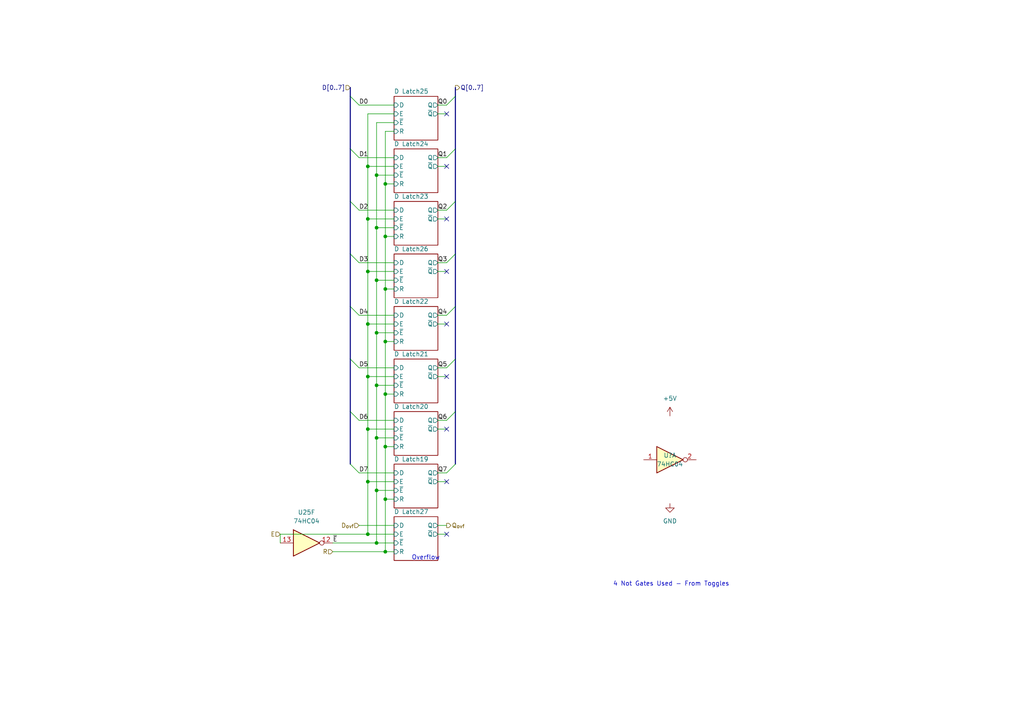
<source format=kicad_sch>
(kicad_sch (version 20230121) (generator eeschema)

  (uuid 8f519289-d394-47df-9aff-a8d84bd58af1)

  (paper "A4")

  (lib_symbols
    (symbol "74xx:74HC04" (in_bom yes) (on_board yes)
      (property "Reference" "U" (at 0 1.27 0)
        (effects (font (size 1.27 1.27)))
      )
      (property "Value" "74HC04" (at 0 -1.27 0)
        (effects (font (size 1.27 1.27)))
      )
      (property "Footprint" "" (at 0 0 0)
        (effects (font (size 1.27 1.27)) hide)
      )
      (property "Datasheet" "https://assets.nexperia.com/documents/data-sheet/74HC_HCT04.pdf" (at 0 0 0)
        (effects (font (size 1.27 1.27)) hide)
      )
      (property "ki_locked" "" (at 0 0 0)
        (effects (font (size 1.27 1.27)))
      )
      (property "ki_keywords" "HCMOS not inv" (at 0 0 0)
        (effects (font (size 1.27 1.27)) hide)
      )
      (property "ki_description" "Hex Inverter" (at 0 0 0)
        (effects (font (size 1.27 1.27)) hide)
      )
      (property "ki_fp_filters" "DIP*W7.62mm* SSOP?14* TSSOP?14*" (at 0 0 0)
        (effects (font (size 1.27 1.27)) hide)
      )
      (symbol "74HC04_1_0"
        (polyline
          (pts
            (xy -3.81 3.81)
            (xy -3.81 -3.81)
            (xy 3.81 0)
            (xy -3.81 3.81)
          )
          (stroke (width 0.254) (type default))
          (fill (type background))
        )
        (pin input line (at -7.62 0 0) (length 3.81)
          (name "~" (effects (font (size 1.27 1.27))))
          (number "1" (effects (font (size 1.27 1.27))))
        )
        (pin output inverted (at 7.62 0 180) (length 3.81)
          (name "~" (effects (font (size 1.27 1.27))))
          (number "2" (effects (font (size 1.27 1.27))))
        )
      )
      (symbol "74HC04_2_0"
        (polyline
          (pts
            (xy -3.81 3.81)
            (xy -3.81 -3.81)
            (xy 3.81 0)
            (xy -3.81 3.81)
          )
          (stroke (width 0.254) (type default))
          (fill (type background))
        )
        (pin input line (at -7.62 0 0) (length 3.81)
          (name "~" (effects (font (size 1.27 1.27))))
          (number "3" (effects (font (size 1.27 1.27))))
        )
        (pin output inverted (at 7.62 0 180) (length 3.81)
          (name "~" (effects (font (size 1.27 1.27))))
          (number "4" (effects (font (size 1.27 1.27))))
        )
      )
      (symbol "74HC04_3_0"
        (polyline
          (pts
            (xy -3.81 3.81)
            (xy -3.81 -3.81)
            (xy 3.81 0)
            (xy -3.81 3.81)
          )
          (stroke (width 0.254) (type default))
          (fill (type background))
        )
        (pin input line (at -7.62 0 0) (length 3.81)
          (name "~" (effects (font (size 1.27 1.27))))
          (number "5" (effects (font (size 1.27 1.27))))
        )
        (pin output inverted (at 7.62 0 180) (length 3.81)
          (name "~" (effects (font (size 1.27 1.27))))
          (number "6" (effects (font (size 1.27 1.27))))
        )
      )
      (symbol "74HC04_4_0"
        (polyline
          (pts
            (xy -3.81 3.81)
            (xy -3.81 -3.81)
            (xy 3.81 0)
            (xy -3.81 3.81)
          )
          (stroke (width 0.254) (type default))
          (fill (type background))
        )
        (pin output inverted (at 7.62 0 180) (length 3.81)
          (name "~" (effects (font (size 1.27 1.27))))
          (number "8" (effects (font (size 1.27 1.27))))
        )
        (pin input line (at -7.62 0 0) (length 3.81)
          (name "~" (effects (font (size 1.27 1.27))))
          (number "9" (effects (font (size 1.27 1.27))))
        )
      )
      (symbol "74HC04_5_0"
        (polyline
          (pts
            (xy -3.81 3.81)
            (xy -3.81 -3.81)
            (xy 3.81 0)
            (xy -3.81 3.81)
          )
          (stroke (width 0.254) (type default))
          (fill (type background))
        )
        (pin output inverted (at 7.62 0 180) (length 3.81)
          (name "~" (effects (font (size 1.27 1.27))))
          (number "10" (effects (font (size 1.27 1.27))))
        )
        (pin input line (at -7.62 0 0) (length 3.81)
          (name "~" (effects (font (size 1.27 1.27))))
          (number "11" (effects (font (size 1.27 1.27))))
        )
      )
      (symbol "74HC04_6_0"
        (polyline
          (pts
            (xy -3.81 3.81)
            (xy -3.81 -3.81)
            (xy 3.81 0)
            (xy -3.81 3.81)
          )
          (stroke (width 0.254) (type default))
          (fill (type background))
        )
        (pin output inverted (at 7.62 0 180) (length 3.81)
          (name "~" (effects (font (size 1.27 1.27))))
          (number "12" (effects (font (size 1.27 1.27))))
        )
        (pin input line (at -7.62 0 0) (length 3.81)
          (name "~" (effects (font (size 1.27 1.27))))
          (number "13" (effects (font (size 1.27 1.27))))
        )
      )
      (symbol "74HC04_7_0"
        (pin power_in line (at 0 12.7 270) (length 5.08)
          (name "VCC" (effects (font (size 1.27 1.27))))
          (number "14" (effects (font (size 1.27 1.27))))
        )
        (pin power_in line (at 0 -12.7 90) (length 5.08)
          (name "GND" (effects (font (size 1.27 1.27))))
          (number "7" (effects (font (size 1.27 1.27))))
        )
      )
      (symbol "74HC04_7_1"
        (rectangle (start -5.08 7.62) (end 5.08 -7.62)
          (stroke (width 0.254) (type default))
          (fill (type background))
        )
      )
    )
    (symbol "power:+5V" (power) (pin_names (offset 0)) (in_bom yes) (on_board yes)
      (property "Reference" "#PWR" (at 0 -3.81 0)
        (effects (font (size 1.27 1.27)) hide)
      )
      (property "Value" "+5V" (at 0 3.556 0)
        (effects (font (size 1.27 1.27)))
      )
      (property "Footprint" "" (at 0 0 0)
        (effects (font (size 1.27 1.27)) hide)
      )
      (property "Datasheet" "" (at 0 0 0)
        (effects (font (size 1.27 1.27)) hide)
      )
      (property "ki_keywords" "global power" (at 0 0 0)
        (effects (font (size 1.27 1.27)) hide)
      )
      (property "ki_description" "Power symbol creates a global label with name \"+5V\"" (at 0 0 0)
        (effects (font (size 1.27 1.27)) hide)
      )
      (symbol "+5V_0_1"
        (polyline
          (pts
            (xy -0.762 1.27)
            (xy 0 2.54)
          )
          (stroke (width 0) (type default))
          (fill (type none))
        )
        (polyline
          (pts
            (xy 0 0)
            (xy 0 2.54)
          )
          (stroke (width 0) (type default))
          (fill (type none))
        )
        (polyline
          (pts
            (xy 0 2.54)
            (xy 0.762 1.27)
          )
          (stroke (width 0) (type default))
          (fill (type none))
        )
      )
      (symbol "+5V_1_1"
        (pin power_in line (at 0 0 90) (length 0) hide
          (name "+5V" (effects (font (size 1.27 1.27))))
          (number "1" (effects (font (size 1.27 1.27))))
        )
      )
    )
    (symbol "power:GND" (power) (pin_names (offset 0)) (in_bom yes) (on_board yes)
      (property "Reference" "#PWR" (at 0 -6.35 0)
        (effects (font (size 1.27 1.27)) hide)
      )
      (property "Value" "GND" (at 0 -3.81 0)
        (effects (font (size 1.27 1.27)))
      )
      (property "Footprint" "" (at 0 0 0)
        (effects (font (size 1.27 1.27)) hide)
      )
      (property "Datasheet" "" (at 0 0 0)
        (effects (font (size 1.27 1.27)) hide)
      )
      (property "ki_keywords" "global power" (at 0 0 0)
        (effects (font (size 1.27 1.27)) hide)
      )
      (property "ki_description" "Power symbol creates a global label with name \"GND\" , ground" (at 0 0 0)
        (effects (font (size 1.27 1.27)) hide)
      )
      (symbol "GND_0_1"
        (polyline
          (pts
            (xy 0 0)
            (xy 0 -1.27)
            (xy 1.27 -1.27)
            (xy 0 -2.54)
            (xy -1.27 -1.27)
            (xy 0 -1.27)
          )
          (stroke (width 0) (type default))
          (fill (type none))
        )
      )
      (symbol "GND_1_1"
        (pin power_in line (at 0 0 270) (length 0) hide
          (name "GND" (effects (font (size 1.27 1.27))))
          (number "1" (effects (font (size 1.27 1.27))))
        )
      )
    )
  )

  (junction (at 109.22 142.24) (diameter 0) (color 0 0 0 0)
    (uuid 05e42c93-90e0-4411-8af7-68b3c0995e6a)
  )
  (junction (at 109.22 50.8) (diameter 0) (color 0 0 0 0)
    (uuid 09627995-2e28-4693-a4ce-95d0de427e46)
  )
  (junction (at 106.68 93.98) (diameter 0) (color 0 0 0 0)
    (uuid 134b70e0-81c2-40fe-ab49-b54c0a2a963f)
  )
  (junction (at 106.68 154.94) (diameter 0) (color 0 0 0 0)
    (uuid 173c3a0c-570e-4280-963c-1be73e120d63)
  )
  (junction (at 111.76 114.3) (diameter 0) (color 0 0 0 0)
    (uuid 232fd49b-5f1d-4db4-99d3-d5cf9f0fdd5c)
  )
  (junction (at 111.76 160.02) (diameter 0) (color 0 0 0 0)
    (uuid 239fc5f5-036c-4940-8bc7-6b1568b73baa)
  )
  (junction (at 111.76 99.06) (diameter 0) (color 0 0 0 0)
    (uuid 2e780c2c-01d0-4687-8c61-ae08dc61c2ff)
  )
  (junction (at 111.76 68.58) (diameter 0) (color 0 0 0 0)
    (uuid 301fe357-d58b-4aae-bd13-ae3f8589611e)
  )
  (junction (at 111.76 83.82) (diameter 0) (color 0 0 0 0)
    (uuid 30726e39-9711-43d8-bc48-ad2bcb3ff76a)
  )
  (junction (at 109.22 81.28) (diameter 0) (color 0 0 0 0)
    (uuid 48286bc2-76ed-4af6-9d0e-52c7fca043b7)
  )
  (junction (at 106.68 63.5) (diameter 0) (color 0 0 0 0)
    (uuid 58ac7e2d-b554-4c43-b3ce-8685f50c47b9)
  )
  (junction (at 111.76 129.54) (diameter 0) (color 0 0 0 0)
    (uuid 66f3353d-b6a3-4e48-9b53-a7f0d29a4e20)
  )
  (junction (at 109.22 66.04) (diameter 0) (color 0 0 0 0)
    (uuid 670f67d5-ebbe-4db5-b9b1-1a901aa3733f)
  )
  (junction (at 106.68 48.26) (diameter 0) (color 0 0 0 0)
    (uuid 67a12964-d8d3-465b-a3bc-26eeaf1d2d0e)
  )
  (junction (at 111.76 144.78) (diameter 0) (color 0 0 0 0)
    (uuid 7fd49eec-08e0-4ec6-a2fc-08866f6bbdb0)
  )
  (junction (at 111.76 53.34) (diameter 0) (color 0 0 0 0)
    (uuid 8ecf53a9-d515-46ea-b032-cb56ad296cf9)
  )
  (junction (at 109.22 111.76) (diameter 0) (color 0 0 0 0)
    (uuid 9e32b756-3627-441c-9a44-59c795e12af2)
  )
  (junction (at 109.22 96.52) (diameter 0) (color 0 0 0 0)
    (uuid a0a235c0-3f72-4389-af6e-792db9a45777)
  )
  (junction (at 106.68 139.7) (diameter 0) (color 0 0 0 0)
    (uuid b2bbf048-7e80-41b9-bf38-7c5e3bd5fd71)
  )
  (junction (at 106.68 124.46) (diameter 0) (color 0 0 0 0)
    (uuid c4efc6b4-1a1a-4f1c-bd6a-62f117aacce7)
  )
  (junction (at 106.68 109.22) (diameter 0) (color 0 0 0 0)
    (uuid ca69a121-7a1d-424c-aceb-6d39e34d7346)
  )
  (junction (at 109.22 127) (diameter 0) (color 0 0 0 0)
    (uuid df6cc22b-f5f4-47d1-87de-cf8ea014af0c)
  )
  (junction (at 109.22 157.48) (diameter 0) (color 0 0 0 0)
    (uuid e36b72de-dfb6-46fc-bd5e-34bd82f305bb)
  )
  (junction (at 106.68 78.74) (diameter 0) (color 0 0 0 0)
    (uuid ee057889-c702-4bc1-b8b1-aca38d7173e6)
  )

  (no_connect (at 129.54 78.74) (uuid 09402202-b23c-4a67-bdc0-1e7d60a91c14))
  (no_connect (at 129.54 63.5) (uuid 249ea85a-56cc-4265-bb34-c6f94b9bb700))
  (no_connect (at 129.54 124.46) (uuid 30a15015-3a06-4ed9-9eef-2b89590490c6))
  (no_connect (at 129.54 93.98) (uuid 480b863c-5c8e-4207-9767-7edf235de64b))
  (no_connect (at 129.54 109.22) (uuid 6c140b08-ace2-4d2d-b6a6-77429ba8019e))
  (no_connect (at 129.54 33.02) (uuid 9dd4a388-b253-48fa-9af8-a2e6bd972f8a))
  (no_connect (at 129.54 48.26) (uuid 9ebfe365-9823-4561-b4df-4a9692bb55ac))
  (no_connect (at 129.54 154.94) (uuid 9ed8d12c-5cb0-4623-b349-e47419065f6c))
  (no_connect (at 129.54 139.7) (uuid f7ac4de1-93b4-45fe-aff8-994228083ebb))

  (bus_entry (at 101.6 88.9) (size 2.54 2.54)
    (stroke (width 0) (type default))
    (uuid 093c07c4-1dc9-41b7-b787-78106a8ebc0b)
  )
  (bus_entry (at 101.6 27.94) (size 2.54 2.54)
    (stroke (width 0) (type default))
    (uuid 210c7151-6de5-4c3c-a47e-ff89aa6ab589)
  )
  (bus_entry (at 132.08 104.14) (size -2.54 2.54)
    (stroke (width 0) (type default))
    (uuid 2fe2100d-8b98-4da9-833a-2c2c02cdaeb4)
  )
  (bus_entry (at 101.6 43.18) (size 2.54 2.54)
    (stroke (width 0) (type default))
    (uuid 4527e07a-456b-4d24-b84f-2c1fa16d67bc)
  )
  (bus_entry (at 132.08 88.9) (size -2.54 2.54)
    (stroke (width 0) (type default))
    (uuid 61aad7d8-11b4-4818-9209-bc9e5587fd36)
  )
  (bus_entry (at 132.08 43.18) (size -2.54 2.54)
    (stroke (width 0) (type default))
    (uuid 75ab64da-b95f-4997-abc9-bcabf270a28f)
  )
  (bus_entry (at 101.6 134.62) (size 2.54 2.54)
    (stroke (width 0) (type default))
    (uuid 7c6f6735-2ee4-4745-96f0-014d831cb958)
  )
  (bus_entry (at 101.6 73.66) (size 2.54 2.54)
    (stroke (width 0) (type default))
    (uuid 9b41d1b6-34c1-48aa-a4b0-db43abdf44df)
  )
  (bus_entry (at 132.08 119.38) (size -2.54 2.54)
    (stroke (width 0) (type default))
    (uuid a3fcca0b-6243-4b7b-9586-4991065a1eb5)
  )
  (bus_entry (at 132.08 58.42) (size -2.54 2.54)
    (stroke (width 0) (type default))
    (uuid a8cfc69e-bc8e-4e95-8e30-282bf96ec43d)
  )
  (bus_entry (at 101.6 104.14) (size 2.54 2.54)
    (stroke (width 0) (type default))
    (uuid ab1d9259-6431-4dc1-81c2-5ec9713f2fc1)
  )
  (bus_entry (at 132.08 27.94) (size -2.54 2.54)
    (stroke (width 0) (type default))
    (uuid b546d5c5-7d0a-4b28-848d-bebfee16f105)
  )
  (bus_entry (at 101.6 58.42) (size 2.54 2.54)
    (stroke (width 0) (type default))
    (uuid c6f05f33-872d-49ea-92a9-d33ca784e1d1)
  )
  (bus_entry (at 101.6 119.38) (size 2.54 2.54)
    (stroke (width 0) (type default))
    (uuid e1dc93ad-64cb-4c27-bf56-1f99bdb9c22b)
  )
  (bus_entry (at 132.08 134.62) (size -2.54 2.54)
    (stroke (width 0) (type default))
    (uuid f5854f11-bed3-4571-b465-2a97e4c3f98b)
  )
  (bus_entry (at 132.08 73.66) (size -2.54 2.54)
    (stroke (width 0) (type default))
    (uuid f9ea4d16-d402-478f-afcf-a94ff3395588)
  )

  (wire (pts (xy 127 91.44) (xy 129.54 91.44))
    (stroke (width 0) (type default))
    (uuid 0152309c-9afb-4dd0-8df2-2fab00c3a61c)
  )
  (wire (pts (xy 106.68 124.46) (xy 114.3 124.46))
    (stroke (width 0) (type default))
    (uuid 022786c6-4f18-49ba-bc71-3ca9674bd3c0)
  )
  (wire (pts (xy 106.68 154.94) (xy 114.3 154.94))
    (stroke (width 0) (type default))
    (uuid 05183a56-fb04-4653-99c4-9f8210a6a269)
  )
  (wire (pts (xy 109.22 96.52) (xy 109.22 111.76))
    (stroke (width 0) (type default))
    (uuid 062c69f8-9308-4907-99f3-a1afc0df8d9a)
  )
  (wire (pts (xy 111.76 83.82) (xy 114.3 83.82))
    (stroke (width 0) (type default))
    (uuid 06e11296-14d4-4fd6-a456-973c76229a84)
  )
  (wire (pts (xy 127 93.98) (xy 129.54 93.98))
    (stroke (width 0) (type default))
    (uuid 07a7c763-5507-4611-85e1-f5f9b7c62f5c)
  )
  (wire (pts (xy 106.68 48.26) (xy 106.68 63.5))
    (stroke (width 0) (type default))
    (uuid 09740b24-8111-461b-9211-fe82e9daa627)
  )
  (wire (pts (xy 127 76.2) (xy 129.54 76.2))
    (stroke (width 0) (type default))
    (uuid 09758167-4a05-4c0b-b260-93acf76abd09)
  )
  (bus (pts (xy 101.6 58.42) (xy 101.6 43.18))
    (stroke (width 0) (type default))
    (uuid 0e1dfcd9-f79d-47d0-b44e-baa784d3c3d5)
  )

  (wire (pts (xy 104.14 91.44) (xy 114.3 91.44))
    (stroke (width 0) (type default))
    (uuid 0ff9dc5e-6d83-441e-bb7a-4340e012f02c)
  )
  (bus (pts (xy 101.6 119.38) (xy 101.6 104.14))
    (stroke (width 0) (type default))
    (uuid 1a283883-9119-465c-9bf1-e90e954e3993)
  )

  (wire (pts (xy 106.68 124.46) (xy 106.68 139.7))
    (stroke (width 0) (type default))
    (uuid 1e5ee595-9b2f-4c3e-bc54-abc26df97154)
  )
  (wire (pts (xy 127 139.7) (xy 129.54 139.7))
    (stroke (width 0) (type default))
    (uuid 24a3fe52-1f04-4b2d-9e66-a962dee5bdd0)
  )
  (wire (pts (xy 106.68 78.74) (xy 106.68 93.98))
    (stroke (width 0) (type default))
    (uuid 24b3c8bd-40a7-4926-800c-56db86a5515f)
  )
  (wire (pts (xy 104.14 152.4) (xy 114.3 152.4))
    (stroke (width 0) (type default))
    (uuid 29921dce-8ac9-4aa2-a20d-5dccf493cd10)
  )
  (wire (pts (xy 106.68 78.74) (xy 114.3 78.74))
    (stroke (width 0) (type default))
    (uuid 2bdb9e4a-abce-4880-91dc-6f093a66dd97)
  )
  (wire (pts (xy 104.14 76.2) (xy 114.3 76.2))
    (stroke (width 0) (type default))
    (uuid 2c572e8a-f50b-4edb-a250-b9fd4239d9a8)
  )
  (bus (pts (xy 132.08 134.62) (xy 132.08 119.38))
    (stroke (width 0) (type default))
    (uuid 2d3116c2-3f6a-497d-9d78-f2258a87dd3d)
  )

  (wire (pts (xy 109.22 81.28) (xy 114.3 81.28))
    (stroke (width 0) (type default))
    (uuid 2f8f40c8-f4b7-42b1-9b7e-530ef3fbe3ee)
  )
  (bus (pts (xy 132.08 119.38) (xy 132.08 104.14))
    (stroke (width 0) (type default))
    (uuid 34cf7ee1-0e51-49f1-adcb-8141c136ed2e)
  )

  (wire (pts (xy 127 124.46) (xy 129.54 124.46))
    (stroke (width 0) (type default))
    (uuid 39f0e0f6-23e1-41b6-be7c-2bdecbc091af)
  )
  (wire (pts (xy 127 33.02) (xy 129.54 33.02))
    (stroke (width 0) (type default))
    (uuid 3ad00535-461a-4f9e-adc7-43637323d1c0)
  )
  (bus (pts (xy 132.08 104.14) (xy 132.08 88.9))
    (stroke (width 0) (type default))
    (uuid 3da0fa28-d2d5-4d04-86ec-a115482776d2)
  )

  (wire (pts (xy 109.22 96.52) (xy 114.3 96.52))
    (stroke (width 0) (type default))
    (uuid 42d87b22-a0ff-448a-af3e-b100219aba12)
  )
  (wire (pts (xy 127 109.22) (xy 129.54 109.22))
    (stroke (width 0) (type default))
    (uuid 44c4868b-f36a-46eb-bb87-8dd2a96abbed)
  )
  (bus (pts (xy 132.08 73.66) (xy 132.08 58.42))
    (stroke (width 0) (type default))
    (uuid 4586de77-230e-46b1-bb5c-ba6366c219ae)
  )

  (wire (pts (xy 111.76 68.58) (xy 114.3 68.58))
    (stroke (width 0) (type default))
    (uuid 46242e41-dc44-49dc-aa04-a80c0c1d5b78)
  )
  (wire (pts (xy 109.22 127) (xy 114.3 127))
    (stroke (width 0) (type default))
    (uuid 47922dd1-49c4-4281-bf22-fbe58974683a)
  )
  (wire (pts (xy 114.3 35.56) (xy 109.22 35.56))
    (stroke (width 0) (type default))
    (uuid 47f23732-a2e8-496f-99db-34e305470f14)
  )
  (wire (pts (xy 109.22 35.56) (xy 109.22 50.8))
    (stroke (width 0) (type default))
    (uuid 4b998fe2-0ae8-4893-a414-60c4e67fc47e)
  )
  (bus (pts (xy 101.6 134.62) (xy 101.6 119.38))
    (stroke (width 0) (type default))
    (uuid 53710d72-662c-49b5-8c2d-67a2c5b25efe)
  )

  (wire (pts (xy 127 45.72) (xy 129.54 45.72))
    (stroke (width 0) (type default))
    (uuid 548be073-d70d-401e-8448-02339e579406)
  )
  (wire (pts (xy 81.28 154.94) (xy 81.28 157.48))
    (stroke (width 0) (type default))
    (uuid 55b74a15-a012-4dfc-b85b-ade10028d43f)
  )
  (wire (pts (xy 109.22 50.8) (xy 109.22 66.04))
    (stroke (width 0) (type default))
    (uuid 5b4f6064-5b0a-4e50-88b7-e1ad99b65f27)
  )
  (wire (pts (xy 111.76 68.58) (xy 111.76 83.82))
    (stroke (width 0) (type default))
    (uuid 5d5b42da-1323-46a8-955a-fb3c08bffcbb)
  )
  (wire (pts (xy 127 60.96) (xy 129.54 60.96))
    (stroke (width 0) (type default))
    (uuid 621ab9bf-94e8-49f1-9ff9-90a740337ffc)
  )
  (wire (pts (xy 111.76 144.78) (xy 114.3 144.78))
    (stroke (width 0) (type default))
    (uuid 633603d9-e1e9-43c8-a1d5-b02b0b5be8d5)
  )
  (wire (pts (xy 127 121.92) (xy 129.54 121.92))
    (stroke (width 0) (type default))
    (uuid 659d8bf3-34a2-4811-856c-6e8daf26effd)
  )
  (bus (pts (xy 132.08 43.18) (xy 132.08 27.94))
    (stroke (width 0) (type default))
    (uuid 70751902-6545-43e3-b6b8-9716131a3cee)
  )

  (wire (pts (xy 104.14 106.68) (xy 114.3 106.68))
    (stroke (width 0) (type default))
    (uuid 72a26e77-32a6-42e5-88f5-63b84967cf50)
  )
  (bus (pts (xy 132.08 88.9) (xy 132.08 73.66))
    (stroke (width 0) (type default))
    (uuid 72a7a019-0d60-4f38-80f1-374a2fde71ce)
  )

  (wire (pts (xy 111.76 53.34) (xy 114.3 53.34))
    (stroke (width 0) (type default))
    (uuid 75fc19e0-2ce6-41b8-8c92-735ef5b354d1)
  )
  (bus (pts (xy 101.6 88.9) (xy 101.6 73.66))
    (stroke (width 0) (type default))
    (uuid 7606c961-5b3f-4496-be58-f6f49bdb088c)
  )

  (wire (pts (xy 104.14 45.72) (xy 114.3 45.72))
    (stroke (width 0) (type default))
    (uuid 786711a9-4dbc-4122-8149-0b6e6a9791d6)
  )
  (wire (pts (xy 109.22 81.28) (xy 109.22 96.52))
    (stroke (width 0) (type default))
    (uuid 7e4324b3-c10f-4468-9b59-bbfa95b18f19)
  )
  (wire (pts (xy 104.14 60.96) (xy 114.3 60.96))
    (stroke (width 0) (type default))
    (uuid 7e5a25ad-8e16-4b11-8e1c-574f7e79e724)
  )
  (bus (pts (xy 101.6 73.66) (xy 101.6 58.42))
    (stroke (width 0) (type default))
    (uuid 7ec26080-1471-403c-92fd-8e20752a514e)
  )

  (wire (pts (xy 111.76 129.54) (xy 114.3 129.54))
    (stroke (width 0) (type default))
    (uuid 859c7ebe-3560-4a53-ac32-2402b9db6b28)
  )
  (wire (pts (xy 106.68 33.02) (xy 114.3 33.02))
    (stroke (width 0) (type default))
    (uuid 85bb7a96-0a07-40f7-94f1-9246ee23d410)
  )
  (wire (pts (xy 106.68 109.22) (xy 106.68 124.46))
    (stroke (width 0) (type default))
    (uuid 861a89fb-8d3d-4c76-bfaa-0778ec4babc1)
  )
  (wire (pts (xy 111.76 38.1) (xy 111.76 53.34))
    (stroke (width 0) (type default))
    (uuid 89255c15-afae-45d4-8893-6a855f37b74e)
  )
  (bus (pts (xy 101.6 27.94) (xy 101.6 25.4))
    (stroke (width 0) (type default))
    (uuid 8aefa05b-7810-4431-8b79-f8a0c01b6b0f)
  )

  (wire (pts (xy 96.52 160.02) (xy 111.76 160.02))
    (stroke (width 0) (type default))
    (uuid 8d206439-76bf-4d06-95a3-a2af258613df)
  )
  (wire (pts (xy 111.76 53.34) (xy 111.76 68.58))
    (stroke (width 0) (type default))
    (uuid 90167027-6be3-4104-86bc-52f094782159)
  )
  (wire (pts (xy 111.76 114.3) (xy 111.76 129.54))
    (stroke (width 0) (type default))
    (uuid 94216bf7-a88f-4e7c-8926-275a394301c0)
  )
  (wire (pts (xy 109.22 66.04) (xy 114.3 66.04))
    (stroke (width 0) (type default))
    (uuid 94ec605e-bf08-495a-be1b-f471a287dd53)
  )
  (bus (pts (xy 132.08 27.94) (xy 132.08 25.4))
    (stroke (width 0) (type default))
    (uuid 9845dd82-7758-4da7-9978-73568acfce7b)
  )
  (bus (pts (xy 101.6 43.18) (xy 101.6 27.94))
    (stroke (width 0) (type default))
    (uuid 9c0cebff-fe8d-4e50-afd7-21ded6b67ddd)
  )

  (wire (pts (xy 127 30.48) (xy 129.54 30.48))
    (stroke (width 0) (type default))
    (uuid 9c3ac876-bcfa-409d-ab47-32795da56931)
  )
  (wire (pts (xy 106.68 93.98) (xy 114.3 93.98))
    (stroke (width 0) (type default))
    (uuid 9ce6da87-5547-4302-b24a-8c8b5f6031cd)
  )
  (wire (pts (xy 109.22 127) (xy 109.22 142.24))
    (stroke (width 0) (type default))
    (uuid a0793f26-76e2-4f94-9f3a-195f5cbdf1b3)
  )
  (wire (pts (xy 106.68 63.5) (xy 114.3 63.5))
    (stroke (width 0) (type default))
    (uuid a42e237b-1a05-46c6-a72b-cad53fc75aed)
  )
  (wire (pts (xy 127 48.26) (xy 129.54 48.26))
    (stroke (width 0) (type default))
    (uuid a5c097db-624f-4800-b750-2f3f91fb88ff)
  )
  (wire (pts (xy 106.68 139.7) (xy 114.3 139.7))
    (stroke (width 0) (type default))
    (uuid a9e56660-2b68-4fdd-83f4-2b5e090e8a70)
  )
  (bus (pts (xy 132.08 58.42) (xy 132.08 43.18))
    (stroke (width 0) (type default))
    (uuid aa6555a5-672a-46c0-a604-fdc7f92e005f)
  )

  (wire (pts (xy 106.68 33.02) (xy 106.68 48.26))
    (stroke (width 0) (type default))
    (uuid acded5ed-09c5-4f54-b779-ac839e843a24)
  )
  (wire (pts (xy 109.22 142.24) (xy 109.22 157.48))
    (stroke (width 0) (type default))
    (uuid affeaa0e-4b8c-4ece-8282-333ea6fed44a)
  )
  (wire (pts (xy 106.68 63.5) (xy 106.68 78.74))
    (stroke (width 0) (type default))
    (uuid b0e313a4-8219-4160-a262-9bf9fa5c0632)
  )
  (wire (pts (xy 96.52 157.48) (xy 109.22 157.48))
    (stroke (width 0) (type default))
    (uuid b17ddb98-c381-44bb-9d50-7d5ead1aef16)
  )
  (wire (pts (xy 127 63.5) (xy 129.54 63.5))
    (stroke (width 0) (type default))
    (uuid baa33144-29d6-404e-a145-51648b0b163a)
  )
  (wire (pts (xy 106.68 109.22) (xy 114.3 109.22))
    (stroke (width 0) (type default))
    (uuid bd51b3b7-ce85-4d24-a9f6-362439b219b3)
  )
  (wire (pts (xy 104.14 121.92) (xy 114.3 121.92))
    (stroke (width 0) (type default))
    (uuid be1147d3-ad8a-43e1-97ad-74daa8d35382)
  )
  (wire (pts (xy 109.22 111.76) (xy 109.22 127))
    (stroke (width 0) (type default))
    (uuid bf1c8c31-dccb-49c3-b5d7-7484daa4fc07)
  )
  (wire (pts (xy 127 152.4) (xy 129.54 152.4))
    (stroke (width 0) (type default))
    (uuid bfcd2cb4-0c36-4932-b34e-ac0e5eae49ea)
  )
  (wire (pts (xy 106.68 48.26) (xy 114.3 48.26))
    (stroke (width 0) (type default))
    (uuid c157fd48-798a-44f2-8697-543037d8255e)
  )
  (wire (pts (xy 127 106.68) (xy 129.54 106.68))
    (stroke (width 0) (type default))
    (uuid c280f5a5-e745-4d2e-87f7-9214ce4d0ca0)
  )
  (wire (pts (xy 111.76 99.06) (xy 114.3 99.06))
    (stroke (width 0) (type default))
    (uuid c633f7a0-3add-42fb-beb5-245f9cef8bae)
  )
  (wire (pts (xy 111.76 129.54) (xy 111.76 144.78))
    (stroke (width 0) (type default))
    (uuid cc014a55-0096-448b-a2c1-2cf18702d668)
  )
  (wire (pts (xy 127 154.94) (xy 129.54 154.94))
    (stroke (width 0) (type default))
    (uuid ccb0566c-21b8-47f2-a1b8-9ea078380dae)
  )
  (wire (pts (xy 109.22 50.8) (xy 114.3 50.8))
    (stroke (width 0) (type default))
    (uuid cd71c196-5991-470f-8b09-8b4179646e0f)
  )
  (wire (pts (xy 111.76 144.78) (xy 111.76 160.02))
    (stroke (width 0) (type default))
    (uuid d1e618f1-82c9-4fe8-bbd0-855f3d27002c)
  )
  (wire (pts (xy 106.68 139.7) (xy 106.68 154.94))
    (stroke (width 0) (type default))
    (uuid d3505ee7-467a-41cc-9427-1575a30f9420)
  )
  (wire (pts (xy 111.76 99.06) (xy 111.76 114.3))
    (stroke (width 0) (type default))
    (uuid dccfc387-def4-4d75-ad73-ca8a9b01b4fe)
  )
  (wire (pts (xy 114.3 38.1) (xy 111.76 38.1))
    (stroke (width 0) (type default))
    (uuid e4868722-aeb4-4d3f-b324-d0446da8596e)
  )
  (wire (pts (xy 104.14 30.48) (xy 114.3 30.48))
    (stroke (width 0) (type default))
    (uuid e6c9f26a-9ff1-4e2b-a415-759721853356)
  )
  (wire (pts (xy 127 78.74) (xy 129.54 78.74))
    (stroke (width 0) (type default))
    (uuid e8775de0-15aa-486d-b97a-a3237948f862)
  )
  (wire (pts (xy 111.76 83.82) (xy 111.76 99.06))
    (stroke (width 0) (type default))
    (uuid ee0c376e-b557-46e0-bf34-965251fa8693)
  )
  (wire (pts (xy 104.14 137.16) (xy 114.3 137.16))
    (stroke (width 0) (type default))
    (uuid eed96cd2-e2c7-4e7a-b2e8-0c7dfbedef64)
  )
  (wire (pts (xy 111.76 114.3) (xy 114.3 114.3))
    (stroke (width 0) (type default))
    (uuid ef8786cb-e27b-4a5e-88ac-1335c0839205)
  )
  (wire (pts (xy 81.28 154.94) (xy 106.68 154.94))
    (stroke (width 0) (type default))
    (uuid f1c547d3-a8ad-4407-8a86-6a66e51b6fe8)
  )
  (wire (pts (xy 109.22 142.24) (xy 114.3 142.24))
    (stroke (width 0) (type default))
    (uuid f2b82593-14e1-4233-bf6b-bedaf46cd147)
  )
  (wire (pts (xy 127 137.16) (xy 129.54 137.16))
    (stroke (width 0) (type default))
    (uuid f4d2f6fc-df88-4ac2-a581-3ddcde738f47)
  )
  (wire (pts (xy 109.22 111.76) (xy 114.3 111.76))
    (stroke (width 0) (type default))
    (uuid f5c838f6-28d2-499b-a485-35a84d38a741)
  )
  (wire (pts (xy 109.22 66.04) (xy 109.22 81.28))
    (stroke (width 0) (type default))
    (uuid f75269d1-5886-47d0-aaa3-5e32398f1786)
  )
  (bus (pts (xy 101.6 104.14) (xy 101.6 88.9))
    (stroke (width 0) (type default))
    (uuid fed2e3ad-a8f4-4008-9ced-6b61e778524f)
  )

  (wire (pts (xy 111.76 160.02) (xy 114.3 160.02))
    (stroke (width 0) (type default))
    (uuid ff0708c2-8a87-4d29-9bb5-335b37765128)
  )
  (wire (pts (xy 106.68 93.98) (xy 106.68 109.22))
    (stroke (width 0) (type default))
    (uuid ff13d034-2b27-4bef-9540-5798c345155f)
  )
  (wire (pts (xy 109.22 157.48) (xy 114.3 157.48))
    (stroke (width 0) (type default))
    (uuid ffa772ba-b12b-417b-a570-4a59470f04be)
  )

  (text "4 Not Gates Used - From Toggles" (at 177.8 170.18 0)
    (effects (font (size 1.27 1.27)) (justify left bottom))
    (uuid 321477af-1ea9-482a-9d98-8859d402bee7)
  )
  (text "Overflow" (at 119.38 162.56 0)
    (effects (font (size 1.27 1.27)) (justify left bottom))
    (uuid e44e3252-b0db-4dd3-bf9b-c51b1e8bcf91)
  )

  (label "D5" (at 104.14 106.68 0) (fields_autoplaced)
    (effects (font (size 1.27 1.27)) (justify left bottom))
    (uuid 1b6c74d9-cef0-4f4e-b2bd-545a1c4a0ed5)
  )
  (label "Q7" (at 127 137.16 0) (fields_autoplaced)
    (effects (font (size 1.27 1.27)) (justify left bottom))
    (uuid 3533da6b-5378-416f-957c-cc7b4b797440)
  )
  (label "Q2" (at 127 60.96 0) (fields_autoplaced)
    (effects (font (size 1.27 1.27)) (justify left bottom))
    (uuid 4d094c6a-69c1-46a0-81f9-5852833b39a2)
  )
  (label "D3" (at 104.14 76.2 0) (fields_autoplaced)
    (effects (font (size 1.27 1.27)) (justify left bottom))
    (uuid 562d80b9-52da-411d-bf93-807a79cf7317)
  )
  (label "D0" (at 104.14 30.48 0) (fields_autoplaced)
    (effects (font (size 1.27 1.27)) (justify left bottom))
    (uuid 66a56603-1ebe-427e-98cd-fe3851352de0)
  )
  (label "Q1" (at 127 45.72 0) (fields_autoplaced)
    (effects (font (size 1.27 1.27)) (justify left bottom))
    (uuid 6cd3823e-6caf-4a82-8e59-b1da701f3093)
  )
  (label "D4" (at 104.14 91.44 0) (fields_autoplaced)
    (effects (font (size 1.27 1.27)) (justify left bottom))
    (uuid 7e916f8a-72b8-4709-863f-233030b4e703)
  )
  (label "D2" (at 104.14 60.96 0) (fields_autoplaced)
    (effects (font (size 1.27 1.27)) (justify left bottom))
    (uuid 98145118-6e6c-4887-84b9-4d12683249dd)
  )
  (label "Q0" (at 127 30.48 0) (fields_autoplaced)
    (effects (font (size 1.27 1.27)) (justify left bottom))
    (uuid 9c43e5dc-a014-42d8-8a1e-b116c2d62d4b)
  )
  (label "~{E}" (at 96.52 157.48 0) (fields_autoplaced)
    (effects (font (size 1.27 1.27)) (justify left bottom))
    (uuid a0cdf92d-51db-41d9-b79f-5848b61f5225)
  )
  (label "Q5" (at 127 106.68 0) (fields_autoplaced)
    (effects (font (size 1.27 1.27)) (justify left bottom))
    (uuid a68dd2f2-7ba9-45b9-bae9-c07a3801964f)
  )
  (label "D1" (at 104.14 45.72 0) (fields_autoplaced)
    (effects (font (size 1.27 1.27)) (justify left bottom))
    (uuid ac29990d-5489-4992-a7c1-9e6a4d145230)
  )
  (label "D6" (at 104.14 121.92 0) (fields_autoplaced)
    (effects (font (size 1.27 1.27)) (justify left bottom))
    (uuid c63c3d5c-9233-41e4-80ac-dc0fde3ae422)
  )
  (label "Q4" (at 127 91.44 0) (fields_autoplaced)
    (effects (font (size 1.27 1.27)) (justify left bottom))
    (uuid c84263ae-f852-4fa2-a2d2-dc1680359be2)
  )
  (label "D7" (at 104.14 137.16 0) (fields_autoplaced)
    (effects (font (size 1.27 1.27)) (justify left bottom))
    (uuid ddd5c0dd-1d56-42a9-89f8-663b3c02d252)
  )
  (label "Q3" (at 127 76.2 0) (fields_autoplaced)
    (effects (font (size 1.27 1.27)) (justify left bottom))
    (uuid fbb4a3e8-6dda-4a83-9a7b-2d6f7b2ba5e4)
  )
  (label "Q6" (at 127 121.92 0) (fields_autoplaced)
    (effects (font (size 1.27 1.27)) (justify left bottom))
    (uuid fd9db7d5-5726-4467-a0cc-8572d6be26f0)
  )

  (hierarchical_label "R" (shape input) (at 96.52 160.02 180) (fields_autoplaced)
    (effects (font (size 1.27 1.27)) (justify right))
    (uuid 38a13f49-4a25-4de4-ac20-1ac8fec54fdc)
  )
  (hierarchical_label "Q[0..7]" (shape output) (at 132.08 25.4 0) (fields_autoplaced)
    (effects (font (size 1.27 1.27)) (justify left))
    (uuid 42574498-c08f-43c7-a847-fa74fc1df56c)
  )
  (hierarchical_label "D[0..7]" (shape input) (at 101.6 25.4 180) (fields_autoplaced)
    (effects (font (size 1.27 1.27)) (justify right))
    (uuid 494275ef-cf01-4338-aa0b-2073534f8123)
  )
  (hierarchical_label "E" (shape input) (at 81.28 154.94 180) (fields_autoplaced)
    (effects (font (size 1.27 1.27)) (justify right))
    (uuid 99e7e859-808b-4aff-bbfb-f943488606f8)
  )
  (hierarchical_label "Q_{ovf}" (shape output) (at 129.54 152.4 0) (fields_autoplaced)
    (effects (font (size 1.27 1.27)) (justify left))
    (uuid b626d3c6-39e8-4ce5-9dd7-28b04a49f00a)
  )
  (hierarchical_label "D_{ovf}" (shape input) (at 104.14 152.4 180) (fields_autoplaced)
    (effects (font (size 1.27 1.27)) (justify right))
    (uuid ce2e1926-e526-4da4-bb8f-acfeaf6aa78d)
  )

  (symbol (lib_id "74xx:74HC04") (at 194.31 133.35 0) (unit 1)
    (in_bom yes) (on_board yes) (dnp no)
    (uuid 2e7475d3-773f-49a0-b88b-89eca5a94da0)
    (property "Reference" "U?" (at 194.31 132.08 0)
      (effects (font (size 1.27 1.27)))
    )
    (property "Value" "74HC04" (at 194.31 134.62 0)
      (effects (font (size 1.27 1.27)))
    )
    (property "Footprint" "Package_DIP:DIP-14_W7.62mm_Socket" (at 194.31 133.35 0)
      (effects (font (size 1.27 1.27)) hide)
    )
    (property "Datasheet" "https://assets.nexperia.com/documents/data-sheet/74HC_HCT04.pdf" (at 194.31 133.35 0)
      (effects (font (size 1.27 1.27)) hide)
    )
    (pin "1" (uuid 77ed6f50-65de-4b27-9b92-f5d1b8afcab0))
    (pin "2" (uuid 80d48a7d-a3ac-439e-ad0e-d133dd2d6662))
    (pin "3" (uuid 8b5a352e-66a3-4ed6-ad0e-68526db62673))
    (pin "4" (uuid 7c1a9e54-1a69-4e55-aca9-a0df598e18e6))
    (pin "5" (uuid 160ab4ba-d2a6-4e62-a1a7-206ac0a892f6))
    (pin "6" (uuid 9980fa28-8f72-4adc-ae0d-5e4def644558))
    (pin "8" (uuid ef84b040-832b-4e1a-9939-87426cc6bd7a))
    (pin "9" (uuid 8044fb9b-aa0c-4024-b05a-a9b4de6ee6a1))
    (pin "10" (uuid 36d88420-f761-4f91-a6cc-8d5b32d372fb))
    (pin "11" (uuid 7e8b14e6-95ce-451e-9ff3-373c69555972))
    (pin "12" (uuid 4469d4ec-ef64-4528-93e3-417b5008ee3f))
    (pin "13" (uuid c58afd06-c2c1-4e64-8444-4440cad04afa))
    (pin "14" (uuid 44459fe1-6e32-4b8b-8647-536b3eda7b13))
    (pin "7" (uuid 3a80dde5-f59c-4fc6-8e9c-aa81983aaaf3))
    (instances
      (project "ALU"
        (path "/c7042fcd-0b8a-40b2-acdb-0a382389991a/10543ba5-86eb-4e7c-b46b-5210e0b72ed3/196989cc-0096-4b37-91c7-ba6a5fb41f1f"
          (reference "U?") (unit 1)
        )
        (path "/c7042fcd-0b8a-40b2-acdb-0a382389991a/10543ba5-86eb-4e7c-b46b-5210e0b72ed3/a768d6cb-d155-4984-82c6-10d75e33f178"
          (reference "U?") (unit 3)
        )
        (path "/c7042fcd-0b8a-40b2-acdb-0a382389991a/10543ba5-86eb-4e7c-b46b-5210e0b72ed3/74523b0b-832a-4be2-ab2f-37348c49e35f"
          (reference "U?") (unit 6)
        )
        (path "/c7042fcd-0b8a-40b2-acdb-0a382389991a/10543ba5-86eb-4e7c-b46b-5210e0b72ed3/2ca0e0ac-bf73-425e-b9da-f9357ee698ca"
          (reference "U?") (unit 5)
        )
        (path "/c7042fcd-0b8a-40b2-acdb-0a382389991a/10543ba5-86eb-4e7c-b46b-5210e0b72ed3/05c1c814-c842-44a3-859b-89d435a2f5d4"
          (reference "U?") (unit 3)
        )
        (path "/c7042fcd-0b8a-40b2-acdb-0a382389991a/10543ba5-86eb-4e7c-b46b-5210e0b72ed3/79312669-926b-48db-97ad-85acb385db31"
          (reference "U?") (unit 2)
        )
        (path "/c7042fcd-0b8a-40b2-acdb-0a382389991a/10543ba5-86eb-4e7c-b46b-5210e0b72ed3/6af739f0-f56a-412b-9e3a-94de643621de"
          (reference "U?") (unit 4)
        )
        (path "/c7042fcd-0b8a-40b2-acdb-0a382389991a/10543ba5-86eb-4e7c-b46b-5210e0b72ed3/6c207290-ca58-4d95-a380-2d58fd749124"
          (reference "U?") (unit 5)
        )
        (path "/c7042fcd-0b8a-40b2-acdb-0a382389991a/10543ba5-86eb-4e7c-b46b-5210e0b72ed3/ccd708a6-c98c-41f4-b11a-600e649d232c"
          (reference "U?") (unit 4)
        )
        (path "/c7042fcd-0b8a-40b2-acdb-0a382389991a/10543ba5-86eb-4e7c-b46b-5210e0b72ed3"
          (reference "U25") (unit 7)
        )
      )
    )
  )

  (symbol (lib_id "power:+5V") (at 194.31 120.65 0) (unit 1)
    (in_bom yes) (on_board yes) (dnp no) (fields_autoplaced)
    (uuid 6c958f3d-7357-4bbc-83e7-87d0805a6d4c)
    (property "Reference" "#PWR064" (at 194.31 124.46 0)
      (effects (font (size 1.27 1.27)) hide)
    )
    (property "Value" "+5V" (at 194.31 115.57 0)
      (effects (font (size 1.27 1.27)))
    )
    (property "Footprint" "" (at 194.31 120.65 0)
      (effects (font (size 1.27 1.27)) hide)
    )
    (property "Datasheet" "" (at 194.31 120.65 0)
      (effects (font (size 1.27 1.27)) hide)
    )
    (pin "1" (uuid 515c0299-3022-4329-941a-d1834f45236c))
    (instances
      (project "ALU"
        (path "/c7042fcd-0b8a-40b2-acdb-0a382389991a/10543ba5-86eb-4e7c-b46b-5210e0b72ed3"
          (reference "#PWR064") (unit 1)
        )
      )
    )
  )

  (symbol (lib_id "power:GND") (at 194.31 146.05 0) (unit 1)
    (in_bom yes) (on_board yes) (dnp no) (fields_autoplaced)
    (uuid 9cb77dab-a876-4467-bae1-17247ec81235)
    (property "Reference" "#PWR065" (at 194.31 152.4 0)
      (effects (font (size 1.27 1.27)) hide)
    )
    (property "Value" "GND" (at 194.31 151.13 0)
      (effects (font (size 1.27 1.27)))
    )
    (property "Footprint" "" (at 194.31 146.05 0)
      (effects (font (size 1.27 1.27)) hide)
    )
    (property "Datasheet" "" (at 194.31 146.05 0)
      (effects (font (size 1.27 1.27)) hide)
    )
    (pin "1" (uuid 98effd73-7709-42d6-8342-ed673b851159))
    (instances
      (project "ALU"
        (path "/c7042fcd-0b8a-40b2-acdb-0a382389991a/10543ba5-86eb-4e7c-b46b-5210e0b72ed3"
          (reference "#PWR065") (unit 1)
        )
      )
    )
  )

  (symbol (lib_id "74xx:74HC04") (at 88.9 157.48 0) (unit 6)
    (in_bom yes) (on_board yes) (dnp no) (fields_autoplaced)
    (uuid a68d5262-9676-46c0-b3f3-22ba142d4770)
    (property "Reference" "U25" (at 88.9 148.59 0)
      (effects (font (size 1.27 1.27)))
    )
    (property "Value" "74HC04" (at 88.9 151.13 0)
      (effects (font (size 1.27 1.27)))
    )
    (property "Footprint" "Package_DIP:DIP-14_W7.62mm_Socket" (at 88.9 157.48 0)
      (effects (font (size 1.27 1.27)) hide)
    )
    (property "Datasheet" "https://assets.nexperia.com/documents/data-sheet/74HC_HCT04.pdf" (at 88.9 157.48 0)
      (effects (font (size 1.27 1.27)) hide)
    )
    (pin "1" (uuid 561c95e2-c0cc-46e6-954c-a3785f291094))
    (pin "2" (uuid 13ec0c10-67ab-49fc-b663-4e1ed4c8534c))
    (pin "3" (uuid 2c72e16f-2e61-4e76-ace8-0675f7611ba6))
    (pin "4" (uuid 68e7d552-8877-4839-9114-f0198818d25d))
    (pin "5" (uuid b29595cb-1c5d-4256-8e66-0a3514420b37))
    (pin "6" (uuid ddae2bcf-c116-418d-b44f-968996d92f0f))
    (pin "8" (uuid 996d3871-b59c-455b-994f-aa8cb0fe376e))
    (pin "9" (uuid e067d148-56c7-4c13-827d-f42cb1afb265))
    (pin "10" (uuid 4e96e0f2-8e1b-424f-b51c-f0fff904db60))
    (pin "11" (uuid 3c3fcb98-1e68-4054-9797-3a4ee56c9d34))
    (pin "12" (uuid 86b526fa-1f86-44e5-b97a-bf8ff0ee9d63))
    (pin "13" (uuid 2990ccb8-2b77-4a7b-8b0a-2fb7746794c6))
    (pin "14" (uuid e4254928-dc3a-428b-9851-7aeb1eb5b62f))
    (pin "7" (uuid 14521de9-2b3b-489b-be40-5f8f706ba530))
    (instances
      (project "ALU"
        (path "/c7042fcd-0b8a-40b2-acdb-0a382389991a/10543ba5-86eb-4e7c-b46b-5210e0b72ed3"
          (reference "U25") (unit 6)
        )
      )
    )
  )

  (sheet (at 114.3 58.42) (size 12.7 12.7) (fields_autoplaced)
    (stroke (width 0.1524) (type solid))
    (fill (color 0 0 0 0.0000))
    (uuid 05c1c814-c842-44a3-859b-89d435a2f5d4)
    (property "Sheetname" "D Latch23" (at 114.3 57.7084 0)
      (effects (font (size 1.27 1.27)) (justify left bottom))
    )
    (property "Sheetfile" "d_latch.kicad_sch" (at 114.3 71.7046 0)
      (effects (font (size 1.27 1.27)) (justify left top) hide)
    )
    (pin "E" input (at 114.3 63.5 180)
      (effects (font (size 1.27 1.27)) (justify left))
      (uuid 3025c518-37f9-44cc-b6bf-3981ef635110)
    )
    (pin "~{E}" input (at 114.3 66.04 180)
      (effects (font (size 1.27 1.27)) (justify left))
      (uuid 11dab423-ba59-482c-9300-faa70258c03c)
    )
    (pin "D" input (at 114.3 60.96 180)
      (effects (font (size 1.27 1.27)) (justify left))
      (uuid dc0bdd5e-730c-44d2-8745-e2a3436bcb23)
    )
    (pin "Q" output (at 127 60.96 0)
      (effects (font (size 1.27 1.27)) (justify right))
      (uuid dd64661f-db2c-46fa-897a-03a119e119c6)
    )
    (pin "~{Q}" output (at 127 63.5 0)
      (effects (font (size 1.27 1.27)) (justify right))
      (uuid 6af2bf91-7d0f-41bf-b0a8-3be9845da82b)
    )
    (pin "R" input (at 114.3 68.58 180)
      (effects (font (size 1.27 1.27)) (justify left))
      (uuid 40a4817a-8f64-4659-afa9-f4037bfa68ae)
    )
    (instances
      (project "ALU"
        (path "/c7042fcd-0b8a-40b2-acdb-0a382389991a" (page "16"))
        (path "/c7042fcd-0b8a-40b2-acdb-0a382389991a/10543ba5-86eb-4e7c-b46b-5210e0b72ed3" (page "5"))
      )
    )
  )

  (sheet (at 114.3 27.94) (size 12.7 12.7) (fields_autoplaced)
    (stroke (width 0.1524) (type solid))
    (fill (color 0 0 0 0.0000))
    (uuid 196989cc-0096-4b37-91c7-ba6a5fb41f1f)
    (property "Sheetname" "D Latch25" (at 114.3 27.2284 0)
      (effects (font (size 1.27 1.27)) (justify left bottom))
    )
    (property "Sheetfile" "d_latch.kicad_sch" (at 114.3 41.2246 0)
      (effects (font (size 1.27 1.27)) (justify left top) hide)
    )
    (pin "E" input (at 114.3 33.02 180)
      (effects (font (size 1.27 1.27)) (justify left))
      (uuid a3f347d5-9e6d-46e2-8442-3432d19b94c0)
    )
    (pin "~{E}" input (at 114.3 35.56 180)
      (effects (font (size 1.27 1.27)) (justify left))
      (uuid aed18361-3e79-4406-9613-cba4075c1008)
    )
    (pin "D" input (at 114.3 30.48 180)
      (effects (font (size 1.27 1.27)) (justify left))
      (uuid d474a6af-c415-4f88-a85e-c367c4d0654b)
    )
    (pin "Q" output (at 127 30.48 0)
      (effects (font (size 1.27 1.27)) (justify right))
      (uuid 1d22a551-d276-4d58-a326-c29ddfd3977a)
    )
    (pin "~{Q}" output (at 127 33.02 0)
      (effects (font (size 1.27 1.27)) (justify right))
      (uuid 98748262-d589-4545-81ed-e9324dd78211)
    )
    (pin "R" input (at 114.3 38.1 180)
      (effects (font (size 1.27 1.27)) (justify left))
      (uuid aaa70d4a-335d-431f-8c3f-c109d83e0e33)
    )
    (instances
      (project "ALU"
        (path "/c7042fcd-0b8a-40b2-acdb-0a382389991a" (page "16"))
        (path "/c7042fcd-0b8a-40b2-acdb-0a382389991a/10543ba5-86eb-4e7c-b46b-5210e0b72ed3" (page "8"))
      )
    )
  )

  (sheet (at 114.3 88.9) (size 12.7 12.7) (fields_autoplaced)
    (stroke (width 0.1524) (type solid))
    (fill (color 0 0 0 0.0000))
    (uuid 2ca0e0ac-bf73-425e-b9da-f9357ee698ca)
    (property "Sheetname" "D Latch22" (at 114.3 88.1884 0)
      (effects (font (size 1.27 1.27)) (justify left bottom))
    )
    (property "Sheetfile" "d_latch.kicad_sch" (at 114.3 102.1846 0)
      (effects (font (size 1.27 1.27)) (justify left top) hide)
    )
    (pin "E" input (at 114.3 93.98 180)
      (effects (font (size 1.27 1.27)) (justify left))
      (uuid 83914743-32b5-425c-ba12-5df441d9630e)
    )
    (pin "~{E}" input (at 114.3 96.52 180)
      (effects (font (size 1.27 1.27)) (justify left))
      (uuid 0017b9d8-3e1d-43c4-9404-d932e20fb359)
    )
    (pin "D" input (at 114.3 91.44 180)
      (effects (font (size 1.27 1.27)) (justify left))
      (uuid 7ecdde81-0e65-4b18-9e09-50cdfb97c162)
    )
    (pin "Q" output (at 127 91.44 0)
      (effects (font (size 1.27 1.27)) (justify right))
      (uuid 591f1d45-4728-4392-af00-142f6382be3a)
    )
    (pin "~{Q}" output (at 127 93.98 0)
      (effects (font (size 1.27 1.27)) (justify right))
      (uuid 8e60abb4-b549-4852-a186-78f0f46501fd)
    )
    (pin "R" input (at 114.3 99.06 180)
      (effects (font (size 1.27 1.27)) (justify left))
      (uuid 70d238e4-b1b0-48d0-8a71-e94fe14d5d49)
    )
    (instances
      (project "ALU"
        (path "/c7042fcd-0b8a-40b2-acdb-0a382389991a" (page "16"))
        (path "/c7042fcd-0b8a-40b2-acdb-0a382389991a/10543ba5-86eb-4e7c-b46b-5210e0b72ed3" (page "4"))
      )
    )
  )

  (sheet (at 114.3 73.66) (size 12.7 12.7) (fields_autoplaced)
    (stroke (width 0.1524) (type solid))
    (fill (color 0 0 0 0.0000))
    (uuid 6af739f0-f56a-412b-9e3a-94de643621de)
    (property "Sheetname" "D Latch26" (at 114.3 72.9484 0)
      (effects (font (size 1.27 1.27)) (justify left bottom))
    )
    (property "Sheetfile" "d_latch.kicad_sch" (at 114.3 86.9446 0)
      (effects (font (size 1.27 1.27)) (justify left top) hide)
    )
    (pin "E" input (at 114.3 78.74 180)
      (effects (font (size 1.27 1.27)) (justify left))
      (uuid ec6c9bdb-1f90-4c11-bf0d-98ffd6ecb534)
    )
    (pin "~{E}" input (at 114.3 81.28 180)
      (effects (font (size 1.27 1.27)) (justify left))
      (uuid fe866ba6-c712-4baf-b766-d9ff91e8c20e)
    )
    (pin "D" input (at 114.3 76.2 180)
      (effects (font (size 1.27 1.27)) (justify left))
      (uuid a781a7ff-bc63-48a2-8b7c-a11396a4e412)
    )
    (pin "Q" output (at 127 76.2 0)
      (effects (font (size 1.27 1.27)) (justify right))
      (uuid b8a2e8a7-5b25-4475-ae84-450ee1536cc9)
    )
    (pin "~{Q}" output (at 127 78.74 0)
      (effects (font (size 1.27 1.27)) (justify right))
      (uuid 244d4c75-33c7-4547-8229-26ff847de454)
    )
    (pin "R" input (at 114.3 83.82 180)
      (effects (font (size 1.27 1.27)) (justify left))
      (uuid 93b7986e-7f55-4ee5-aa71-b96fd2abd003)
    )
    (instances
      (project "ALU"
        (path "/c7042fcd-0b8a-40b2-acdb-0a382389991a" (page "16"))
        (path "/c7042fcd-0b8a-40b2-acdb-0a382389991a/10543ba5-86eb-4e7c-b46b-5210e0b72ed3" (page "9"))
      )
    )
  )

  (sheet (at 114.3 149.86) (size 12.7 12.7) (fields_autoplaced)
    (stroke (width 0.1524) (type solid))
    (fill (color 0 0 0 0.0000))
    (uuid 6c207290-ca58-4d95-a380-2d58fd749124)
    (property "Sheetname" "D Latch27" (at 114.3 149.1484 0)
      (effects (font (size 1.27 1.27)) (justify left bottom))
    )
    (property "Sheetfile" "d_latch.kicad_sch" (at 114.3 163.1446 0)
      (effects (font (size 1.27 1.27)) (justify left top) hide)
    )
    (pin "E" input (at 114.3 154.94 180)
      (effects (font (size 1.27 1.27)) (justify left))
      (uuid c900c5c6-0f1a-4ef3-8885-5baba689f239)
    )
    (pin "~{E}" input (at 114.3 157.48 180)
      (effects (font (size 1.27 1.27)) (justify left))
      (uuid 428f2586-706d-42ba-a058-e43bb98cd7db)
    )
    (pin "D" input (at 114.3 152.4 180)
      (effects (font (size 1.27 1.27)) (justify left))
      (uuid 37518bb3-8221-476f-b93b-2320001e4c47)
    )
    (pin "Q" output (at 127 152.4 0)
      (effects (font (size 1.27 1.27)) (justify right))
      (uuid a336dbed-f72c-4c6e-8b88-7279699a2216)
    )
    (pin "~{Q}" output (at 127 154.94 0)
      (effects (font (size 1.27 1.27)) (justify right))
      (uuid 90386e6d-675c-42c9-8b50-1ac079eac2b2)
    )
    (pin "R" input (at 114.3 160.02 180)
      (effects (font (size 1.27 1.27)) (justify left))
      (uuid 99c570c6-f2fb-4163-91a7-c839eadf983b)
    )
    (instances
      (project "ALU"
        (path "/c7042fcd-0b8a-40b2-acdb-0a382389991a" (page "16"))
        (path "/c7042fcd-0b8a-40b2-acdb-0a382389991a/10543ba5-86eb-4e7c-b46b-5210e0b72ed3" (page "10"))
      )
    )
  )

  (sheet (at 114.3 104.14) (size 12.7 12.7) (fields_autoplaced)
    (stroke (width 0.1524) (type solid))
    (fill (color 0 0 0 0.0000))
    (uuid 74523b0b-832a-4be2-ab2f-37348c49e35f)
    (property "Sheetname" "D Latch21" (at 114.3 103.4284 0)
      (effects (font (size 1.27 1.27)) (justify left bottom))
    )
    (property "Sheetfile" "d_latch.kicad_sch" (at 114.3 117.4246 0)
      (effects (font (size 1.27 1.27)) (justify left top) hide)
    )
    (pin "E" input (at 114.3 109.22 180)
      (effects (font (size 1.27 1.27)) (justify left))
      (uuid a72f06a9-d0f8-411d-9f17-4ab946d8c49b)
    )
    (pin "~{E}" input (at 114.3 111.76 180)
      (effects (font (size 1.27 1.27)) (justify left))
      (uuid cc09e009-0bc1-4cf9-bd85-28281cf4603d)
    )
    (pin "D" input (at 114.3 106.68 180)
      (effects (font (size 1.27 1.27)) (justify left))
      (uuid c16c4366-d579-42e3-b835-2bad110a2ae3)
    )
    (pin "Q" output (at 127 106.68 0)
      (effects (font (size 1.27 1.27)) (justify right))
      (uuid 593b120d-018b-486a-92fd-8bd5dde04b56)
    )
    (pin "~{Q}" output (at 127 109.22 0)
      (effects (font (size 1.27 1.27)) (justify right))
      (uuid 52304c8f-194d-413a-ac3c-cab3563b9070)
    )
    (pin "R" input (at 114.3 114.3 180)
      (effects (font (size 1.27 1.27)) (justify left))
      (uuid ace230ce-45c0-438d-89fc-60879121dcff)
    )
    (instances
      (project "ALU"
        (path "/c7042fcd-0b8a-40b2-acdb-0a382389991a" (page "16"))
        (path "/c7042fcd-0b8a-40b2-acdb-0a382389991a/10543ba5-86eb-4e7c-b46b-5210e0b72ed3" (page "3"))
      )
    )
  )

  (sheet (at 114.3 43.18) (size 12.7 12.7) (fields_autoplaced)
    (stroke (width 0.1524) (type solid))
    (fill (color 0 0 0 0.0000))
    (uuid 79312669-926b-48db-97ad-85acb385db31)
    (property "Sheetname" "D Latch24" (at 114.3 42.4684 0)
      (effects (font (size 1.27 1.27)) (justify left bottom))
    )
    (property "Sheetfile" "d_latch.kicad_sch" (at 114.3 56.4646 0)
      (effects (font (size 1.27 1.27)) (justify left top) hide)
    )
    (pin "E" input (at 114.3 48.26 180)
      (effects (font (size 1.27 1.27)) (justify left))
      (uuid 772668d5-4c80-4688-8048-3152c705461e)
    )
    (pin "~{E}" input (at 114.3 50.8 180)
      (effects (font (size 1.27 1.27)) (justify left))
      (uuid 40c382e3-709c-4c50-b841-d7e9afe811a6)
    )
    (pin "D" input (at 114.3 45.72 180)
      (effects (font (size 1.27 1.27)) (justify left))
      (uuid a81f7ed3-36ca-48fb-be63-f8775ad3bc95)
    )
    (pin "Q" output (at 127 45.72 0)
      (effects (font (size 1.27 1.27)) (justify right))
      (uuid 836813c0-0456-4e1f-86ca-12e19e5d7c38)
    )
    (pin "~{Q}" output (at 127 48.26 0)
      (effects (font (size 1.27 1.27)) (justify right))
      (uuid 1b0f4b7d-ec9d-47d6-8d82-f4fea314df61)
    )
    (pin "R" input (at 114.3 53.34 180)
      (effects (font (size 1.27 1.27)) (justify left))
      (uuid 6d02780e-35ab-4f9d-85e8-f6f58bf7fb3d)
    )
    (instances
      (project "ALU"
        (path "/c7042fcd-0b8a-40b2-acdb-0a382389991a" (page "16"))
        (path "/c7042fcd-0b8a-40b2-acdb-0a382389991a/10543ba5-86eb-4e7c-b46b-5210e0b72ed3" (page "7"))
      )
    )
  )

  (sheet (at 114.3 119.38) (size 12.7 12.7) (fields_autoplaced)
    (stroke (width 0.1524) (type solid))
    (fill (color 0 0 0 0.0000))
    (uuid a768d6cb-d155-4984-82c6-10d75e33f178)
    (property "Sheetname" "D Latch20" (at 114.3 118.6684 0)
      (effects (font (size 1.27 1.27)) (justify left bottom))
    )
    (property "Sheetfile" "d_latch.kicad_sch" (at 114.3 132.6646 0)
      (effects (font (size 1.27 1.27)) (justify left top) hide)
    )
    (pin "E" input (at 114.3 124.46 180)
      (effects (font (size 1.27 1.27)) (justify left))
      (uuid 8778edc4-d6e0-4348-aa3c-a7d6c09c35aa)
    )
    (pin "~{E}" input (at 114.3 127 180)
      (effects (font (size 1.27 1.27)) (justify left))
      (uuid 23d1c99b-255f-4a1e-813e-0eb6fd65e77b)
    )
    (pin "D" input (at 114.3 121.92 180)
      (effects (font (size 1.27 1.27)) (justify left))
      (uuid 70d98e50-3984-4aac-8384-906c5c2c0cef)
    )
    (pin "Q" output (at 127 121.92 0)
      (effects (font (size 1.27 1.27)) (justify right))
      (uuid a73e5afd-b4ef-4b1a-bd4a-85f7f24b101f)
    )
    (pin "~{Q}" output (at 127 124.46 0)
      (effects (font (size 1.27 1.27)) (justify right))
      (uuid 3344c37e-f2c1-440c-b10e-c3a431ab2220)
    )
    (pin "R" input (at 114.3 129.54 180)
      (effects (font (size 1.27 1.27)) (justify left))
      (uuid f579417b-fad7-475a-8586-b3ac28435f26)
    )
    (instances
      (project "ALU"
        (path "/c7042fcd-0b8a-40b2-acdb-0a382389991a" (page "16"))
        (path "/c7042fcd-0b8a-40b2-acdb-0a382389991a/10543ba5-86eb-4e7c-b46b-5210e0b72ed3" (page "2"))
      )
    )
  )

  (sheet (at 114.3 134.62) (size 12.7 12.7) (fields_autoplaced)
    (stroke (width 0.1524) (type solid))
    (fill (color 0 0 0 0.0000))
    (uuid ccd708a6-c98c-41f4-b11a-600e649d232c)
    (property "Sheetname" "D Latch19" (at 114.3 133.9084 0)
      (effects (font (size 1.27 1.27)) (justify left bottom))
    )
    (property "Sheetfile" "d_latch.kicad_sch" (at 114.3 147.9046 0)
      (effects (font (size 1.27 1.27)) (justify left top) hide)
    )
    (pin "E" input (at 114.3 139.7 180)
      (effects (font (size 1.27 1.27)) (justify left))
      (uuid 68efcbff-6ae5-40de-b25a-f79787462b0e)
    )
    (pin "~{E}" input (at 114.3 142.24 180)
      (effects (font (size 1.27 1.27)) (justify left))
      (uuid 95f9a6d7-6c2d-4246-9db7-efe43fdc366d)
    )
    (pin "D" input (at 114.3 137.16 180)
      (effects (font (size 1.27 1.27)) (justify left))
      (uuid 2f85aa78-22c6-46a9-aa79-7c7e3e169983)
    )
    (pin "Q" output (at 127 137.16 0)
      (effects (font (size 1.27 1.27)) (justify right))
      (uuid ad78359f-5840-4776-8d06-fa520aad86c5)
    )
    (pin "~{Q}" output (at 127 139.7 0)
      (effects (font (size 1.27 1.27)) (justify right))
      (uuid aac599f3-961d-4259-89ee-09d481b86553)
    )
    (pin "R" input (at 114.3 144.78 180)
      (effects (font (size 1.27 1.27)) (justify left))
      (uuid 589c3bf0-b94c-49a7-a051-45b5e8ae1665)
    )
    (instances
      (project "ALU"
        (path "/c7042fcd-0b8a-40b2-acdb-0a382389991a" (page "16"))
        (path "/c7042fcd-0b8a-40b2-acdb-0a382389991a/10543ba5-86eb-4e7c-b46b-5210e0b72ed3" (page "28"))
      )
    )
  )
)

</source>
